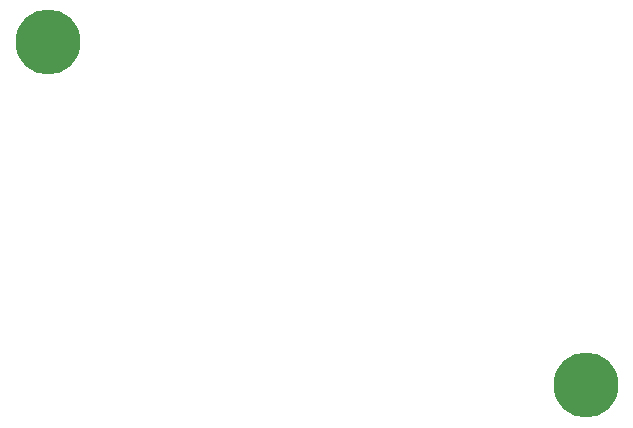
<source format=gbr>
%TF.GenerationSoftware,KiCad,Pcbnew,8.0.1*%
%TF.CreationDate,2024-06-02T11:28:52+08:00*%
%TF.ProjectId,SB-fan-board,53422d66-616e-42d6-926f-6172642e6b69,rev?*%
%TF.SameCoordinates,Original*%
%TF.FileFunction,Soldermask,Bot*%
%TF.FilePolarity,Negative*%
%FSLAX46Y46*%
G04 Gerber Fmt 4.6, Leading zero omitted, Abs format (unit mm)*
G04 Created by KiCad (PCBNEW 8.0.1) date 2024-06-02 11:28:52*
%MOMM*%
%LPD*%
G01*
G04 APERTURE LIST*
%ADD10C,5.500000*%
G04 APERTURE END LIST*
D10*
%TO.C,H1*%
X145200000Y-71200000D03*
%TD*%
%TO.C,H2*%
X190780000Y-100258000D03*
%TD*%
M02*

</source>
